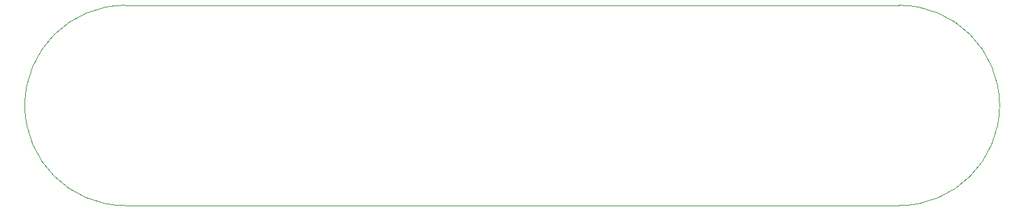
<source format=gbr>
%TF.GenerationSoftware,KiCad,Pcbnew,(6.0.9)*%
%TF.CreationDate,2022-11-05T18:14:27+01:00*%
%TF.ProjectId,pcb,7063622e-6b69-4636-9164-5f7063625858,rev?*%
%TF.SameCoordinates,Original*%
%TF.FileFunction,Profile,NP*%
%FSLAX46Y46*%
G04 Gerber Fmt 4.6, Leading zero omitted, Abs format (unit mm)*
G04 Created by KiCad (PCBNEW (6.0.9)) date 2022-11-05 18:14:27*
%MOMM*%
%LPD*%
G01*
G04 APERTURE LIST*
%TA.AperFunction,Profile*%
%ADD10C,0.100000*%
%TD*%
G04 APERTURE END LIST*
D10*
X96815000Y-86760000D02*
G75*
G03*
X96815000Y-111760000I0J-12500000D01*
G01*
X96815000Y-86760000D02*
X193040000Y-86760000D01*
X96815000Y-111760000D02*
X193040000Y-111760000D01*
X193040000Y-111760000D02*
G75*
G03*
X193040000Y-86760000I0J12500000D01*
G01*
M02*

</source>
